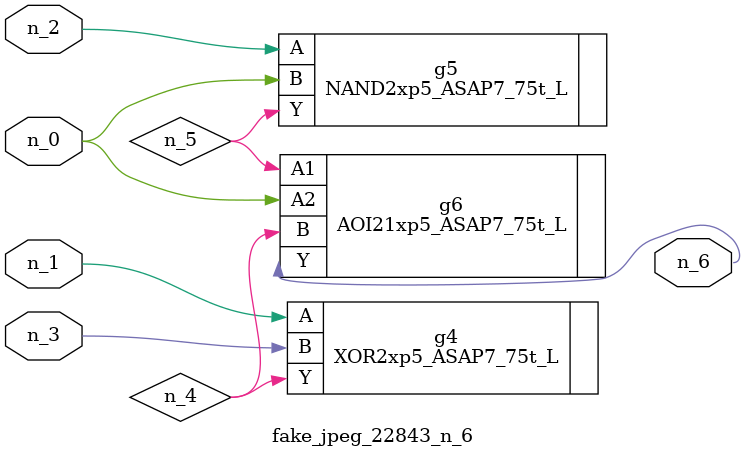
<source format=v>
module fake_jpeg_22843_n_6 (n_0, n_3, n_2, n_1, n_6);

input n_0;
input n_3;
input n_2;
input n_1;

output n_6;

wire n_4;
wire n_5;

XOR2xp5_ASAP7_75t_L g4 ( 
.A(n_1),
.B(n_3),
.Y(n_4)
);

NAND2xp5_ASAP7_75t_L g5 ( 
.A(n_2),
.B(n_0),
.Y(n_5)
);

AOI21xp5_ASAP7_75t_L g6 ( 
.A1(n_5),
.A2(n_0),
.B(n_4),
.Y(n_6)
);


endmodule
</source>
